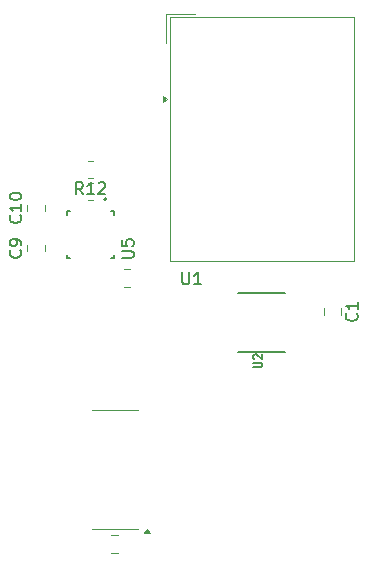
<source format=gbr>
%TF.GenerationSoftware,KiCad,Pcbnew,8.99.0-3406-g49ffbf5b50*%
%TF.CreationDate,2025-01-20T10:30:06+05:30*%
%TF.ProjectId,knob,6b6e6f62-2e6b-4696-9361-645f70636258,rev?*%
%TF.SameCoordinates,Original*%
%TF.FileFunction,Legend,Top*%
%TF.FilePolarity,Positive*%
%FSLAX46Y46*%
G04 Gerber Fmt 4.6, Leading zero omitted, Abs format (unit mm)*
G04 Created by KiCad (PCBNEW 8.99.0-3406-g49ffbf5b50) date 2025-01-20 10:30:06*
%MOMM*%
%LPD*%
G01*
G04 APERTURE LIST*
%ADD10C,0.150000*%
%ADD11C,0.120000*%
%ADD12C,0.127000*%
%ADD13C,0.200000*%
G04 APERTURE END LIST*
D10*
X99298533Y-103771833D02*
X99865200Y-103771833D01*
X99865200Y-103771833D02*
X99931866Y-103738500D01*
X99931866Y-103738500D02*
X99965200Y-103705166D01*
X99965200Y-103705166D02*
X99998533Y-103638500D01*
X99998533Y-103638500D02*
X99998533Y-103505166D01*
X99998533Y-103505166D02*
X99965200Y-103438500D01*
X99965200Y-103438500D02*
X99931866Y-103405166D01*
X99931866Y-103405166D02*
X99865200Y-103371833D01*
X99865200Y-103371833D02*
X99298533Y-103371833D01*
X99365200Y-103071833D02*
X99331866Y-103038500D01*
X99331866Y-103038500D02*
X99298533Y-102971833D01*
X99298533Y-102971833D02*
X99298533Y-102805167D01*
X99298533Y-102805167D02*
X99331866Y-102738500D01*
X99331866Y-102738500D02*
X99365200Y-102705167D01*
X99365200Y-102705167D02*
X99431866Y-102671833D01*
X99431866Y-102671833D02*
X99498533Y-102671833D01*
X99498533Y-102671833D02*
X99598533Y-102705167D01*
X99598533Y-102705167D02*
X99998533Y-103105167D01*
X99998533Y-103105167D02*
X99998533Y-102671833D01*
X108039580Y-99211666D02*
X108087200Y-99259285D01*
X108087200Y-99259285D02*
X108134819Y-99402142D01*
X108134819Y-99402142D02*
X108134819Y-99497380D01*
X108134819Y-99497380D02*
X108087200Y-99640237D01*
X108087200Y-99640237D02*
X107991961Y-99735475D01*
X107991961Y-99735475D02*
X107896723Y-99783094D01*
X107896723Y-99783094D02*
X107706247Y-99830713D01*
X107706247Y-99830713D02*
X107563390Y-99830713D01*
X107563390Y-99830713D02*
X107372914Y-99783094D01*
X107372914Y-99783094D02*
X107277676Y-99735475D01*
X107277676Y-99735475D02*
X107182438Y-99640237D01*
X107182438Y-99640237D02*
X107134819Y-99497380D01*
X107134819Y-99497380D02*
X107134819Y-99402142D01*
X107134819Y-99402142D02*
X107182438Y-99259285D01*
X107182438Y-99259285D02*
X107230057Y-99211666D01*
X108134819Y-98259285D02*
X108134819Y-98830713D01*
X108134819Y-98544999D02*
X107134819Y-98544999D01*
X107134819Y-98544999D02*
X107277676Y-98640237D01*
X107277676Y-98640237D02*
X107372914Y-98735475D01*
X107372914Y-98735475D02*
X107420533Y-98830713D01*
X79569580Y-93866666D02*
X79617200Y-93914285D01*
X79617200Y-93914285D02*
X79664819Y-94057142D01*
X79664819Y-94057142D02*
X79664819Y-94152380D01*
X79664819Y-94152380D02*
X79617200Y-94295237D01*
X79617200Y-94295237D02*
X79521961Y-94390475D01*
X79521961Y-94390475D02*
X79426723Y-94438094D01*
X79426723Y-94438094D02*
X79236247Y-94485713D01*
X79236247Y-94485713D02*
X79093390Y-94485713D01*
X79093390Y-94485713D02*
X78902914Y-94438094D01*
X78902914Y-94438094D02*
X78807676Y-94390475D01*
X78807676Y-94390475D02*
X78712438Y-94295237D01*
X78712438Y-94295237D02*
X78664819Y-94152380D01*
X78664819Y-94152380D02*
X78664819Y-94057142D01*
X78664819Y-94057142D02*
X78712438Y-93914285D01*
X78712438Y-93914285D02*
X78760057Y-93866666D01*
X79664819Y-93390475D02*
X79664819Y-93199999D01*
X79664819Y-93199999D02*
X79617200Y-93104761D01*
X79617200Y-93104761D02*
X79569580Y-93057142D01*
X79569580Y-93057142D02*
X79426723Y-92961904D01*
X79426723Y-92961904D02*
X79236247Y-92914285D01*
X79236247Y-92914285D02*
X78855295Y-92914285D01*
X78855295Y-92914285D02*
X78760057Y-92961904D01*
X78760057Y-92961904D02*
X78712438Y-93009523D01*
X78712438Y-93009523D02*
X78664819Y-93104761D01*
X78664819Y-93104761D02*
X78664819Y-93295237D01*
X78664819Y-93295237D02*
X78712438Y-93390475D01*
X78712438Y-93390475D02*
X78760057Y-93438094D01*
X78760057Y-93438094D02*
X78855295Y-93485713D01*
X78855295Y-93485713D02*
X79093390Y-93485713D01*
X79093390Y-93485713D02*
X79188628Y-93438094D01*
X79188628Y-93438094D02*
X79236247Y-93390475D01*
X79236247Y-93390475D02*
X79283866Y-93295237D01*
X79283866Y-93295237D02*
X79283866Y-93104761D01*
X79283866Y-93104761D02*
X79236247Y-93009523D01*
X79236247Y-93009523D02*
X79188628Y-92961904D01*
X79188628Y-92961904D02*
X79093390Y-92914285D01*
X93288095Y-95734819D02*
X93288095Y-96544342D01*
X93288095Y-96544342D02*
X93335714Y-96639580D01*
X93335714Y-96639580D02*
X93383333Y-96687200D01*
X93383333Y-96687200D02*
X93478571Y-96734819D01*
X93478571Y-96734819D02*
X93669047Y-96734819D01*
X93669047Y-96734819D02*
X93764285Y-96687200D01*
X93764285Y-96687200D02*
X93811904Y-96639580D01*
X93811904Y-96639580D02*
X93859523Y-96544342D01*
X93859523Y-96544342D02*
X93859523Y-95734819D01*
X94859523Y-96734819D02*
X94288095Y-96734819D01*
X94573809Y-96734819D02*
X94573809Y-95734819D01*
X94573809Y-95734819D02*
X94478571Y-95877676D01*
X94478571Y-95877676D02*
X94383333Y-95972914D01*
X94383333Y-95972914D02*
X94288095Y-96020533D01*
X84867142Y-89114819D02*
X84533809Y-88638628D01*
X84295714Y-89114819D02*
X84295714Y-88114819D01*
X84295714Y-88114819D02*
X84676666Y-88114819D01*
X84676666Y-88114819D02*
X84771904Y-88162438D01*
X84771904Y-88162438D02*
X84819523Y-88210057D01*
X84819523Y-88210057D02*
X84867142Y-88305295D01*
X84867142Y-88305295D02*
X84867142Y-88448152D01*
X84867142Y-88448152D02*
X84819523Y-88543390D01*
X84819523Y-88543390D02*
X84771904Y-88591009D01*
X84771904Y-88591009D02*
X84676666Y-88638628D01*
X84676666Y-88638628D02*
X84295714Y-88638628D01*
X85819523Y-89114819D02*
X85248095Y-89114819D01*
X85533809Y-89114819D02*
X85533809Y-88114819D01*
X85533809Y-88114819D02*
X85438571Y-88257676D01*
X85438571Y-88257676D02*
X85343333Y-88352914D01*
X85343333Y-88352914D02*
X85248095Y-88400533D01*
X86200476Y-88210057D02*
X86248095Y-88162438D01*
X86248095Y-88162438D02*
X86343333Y-88114819D01*
X86343333Y-88114819D02*
X86581428Y-88114819D01*
X86581428Y-88114819D02*
X86676666Y-88162438D01*
X86676666Y-88162438D02*
X86724285Y-88210057D01*
X86724285Y-88210057D02*
X86771904Y-88305295D01*
X86771904Y-88305295D02*
X86771904Y-88400533D01*
X86771904Y-88400533D02*
X86724285Y-88543390D01*
X86724285Y-88543390D02*
X86152857Y-89114819D01*
X86152857Y-89114819D02*
X86771904Y-89114819D01*
X88154819Y-94511904D02*
X88964342Y-94511904D01*
X88964342Y-94511904D02*
X89059580Y-94464285D01*
X89059580Y-94464285D02*
X89107200Y-94416666D01*
X89107200Y-94416666D02*
X89154819Y-94321428D01*
X89154819Y-94321428D02*
X89154819Y-94130952D01*
X89154819Y-94130952D02*
X89107200Y-94035714D01*
X89107200Y-94035714D02*
X89059580Y-93988095D01*
X89059580Y-93988095D02*
X88964342Y-93940476D01*
X88964342Y-93940476D02*
X88154819Y-93940476D01*
X88154819Y-92988095D02*
X88154819Y-93464285D01*
X88154819Y-93464285D02*
X88631009Y-93511904D01*
X88631009Y-93511904D02*
X88583390Y-93464285D01*
X88583390Y-93464285D02*
X88535771Y-93369047D01*
X88535771Y-93369047D02*
X88535771Y-93130952D01*
X88535771Y-93130952D02*
X88583390Y-93035714D01*
X88583390Y-93035714D02*
X88631009Y-92988095D01*
X88631009Y-92988095D02*
X88726247Y-92940476D01*
X88726247Y-92940476D02*
X88964342Y-92940476D01*
X88964342Y-92940476D02*
X89059580Y-92988095D01*
X89059580Y-92988095D02*
X89107200Y-93035714D01*
X89107200Y-93035714D02*
X89154819Y-93130952D01*
X89154819Y-93130952D02*
X89154819Y-93369047D01*
X89154819Y-93369047D02*
X89107200Y-93464285D01*
X89107200Y-93464285D02*
X89059580Y-93511904D01*
X79569580Y-90912857D02*
X79617200Y-90960476D01*
X79617200Y-90960476D02*
X79664819Y-91103333D01*
X79664819Y-91103333D02*
X79664819Y-91198571D01*
X79664819Y-91198571D02*
X79617200Y-91341428D01*
X79617200Y-91341428D02*
X79521961Y-91436666D01*
X79521961Y-91436666D02*
X79426723Y-91484285D01*
X79426723Y-91484285D02*
X79236247Y-91531904D01*
X79236247Y-91531904D02*
X79093390Y-91531904D01*
X79093390Y-91531904D02*
X78902914Y-91484285D01*
X78902914Y-91484285D02*
X78807676Y-91436666D01*
X78807676Y-91436666D02*
X78712438Y-91341428D01*
X78712438Y-91341428D02*
X78664819Y-91198571D01*
X78664819Y-91198571D02*
X78664819Y-91103333D01*
X78664819Y-91103333D02*
X78712438Y-90960476D01*
X78712438Y-90960476D02*
X78760057Y-90912857D01*
X79664819Y-89960476D02*
X79664819Y-90531904D01*
X79664819Y-90246190D02*
X78664819Y-90246190D01*
X78664819Y-90246190D02*
X78807676Y-90341428D01*
X78807676Y-90341428D02*
X78902914Y-90436666D01*
X78902914Y-90436666D02*
X78950533Y-90531904D01*
X78664819Y-89341428D02*
X78664819Y-89246190D01*
X78664819Y-89246190D02*
X78712438Y-89150952D01*
X78712438Y-89150952D02*
X78760057Y-89103333D01*
X78760057Y-89103333D02*
X78855295Y-89055714D01*
X78855295Y-89055714D02*
X79045771Y-89008095D01*
X79045771Y-89008095D02*
X79283866Y-89008095D01*
X79283866Y-89008095D02*
X79474342Y-89055714D01*
X79474342Y-89055714D02*
X79569580Y-89103333D01*
X79569580Y-89103333D02*
X79617200Y-89150952D01*
X79617200Y-89150952D02*
X79664819Y-89246190D01*
X79664819Y-89246190D02*
X79664819Y-89341428D01*
X79664819Y-89341428D02*
X79617200Y-89436666D01*
X79617200Y-89436666D02*
X79569580Y-89484285D01*
X79569580Y-89484285D02*
X79474342Y-89531904D01*
X79474342Y-89531904D02*
X79283866Y-89579523D01*
X79283866Y-89579523D02*
X79045771Y-89579523D01*
X79045771Y-89579523D02*
X78855295Y-89531904D01*
X78855295Y-89531904D02*
X78760057Y-89484285D01*
X78760057Y-89484285D02*
X78712438Y-89436666D01*
X78712438Y-89436666D02*
X78664819Y-89341428D01*
D11*
%TO.C,R11*%
X85727064Y-88175000D02*
X85272936Y-88175000D01*
X85727064Y-89645000D02*
X85272936Y-89645000D01*
D12*
%TO.C,U2*%
X98000000Y-97500000D02*
X102000000Y-97500000D01*
X102000000Y-102500000D02*
X98000000Y-102500000D01*
D11*
%TO.C,C1*%
X105265000Y-98783748D02*
X105265000Y-99306252D01*
X106735000Y-98783748D02*
X106735000Y-99306252D01*
%TO.C,C9*%
X80155000Y-93961252D02*
X80155000Y-93438748D01*
X81625000Y-93961252D02*
X81625000Y-93438748D01*
%TO.C,U1*%
X91925000Y-73830000D02*
X91925000Y-76280000D01*
X91925000Y-73830000D02*
X94375000Y-73830000D01*
X92200000Y-74080000D02*
X107800000Y-74080000D01*
X92200000Y-94780000D02*
X92200000Y-74080000D01*
X107800000Y-74080000D02*
X107800000Y-94780000D01*
X107800000Y-94780000D02*
X92200000Y-94780000D01*
X92025000Y-81030000D02*
X91689000Y-81270000D01*
X91689000Y-80790000D01*
X92025000Y-81030000D01*
G36*
X92025000Y-81030000D02*
G01*
X91689000Y-81270000D01*
X91689000Y-80790000D01*
X92025000Y-81030000D01*
G37*
%TO.C,C8*%
X88338748Y-95475000D02*
X88861252Y-95475000D01*
X88338748Y-96945000D02*
X88861252Y-96945000D01*
%TO.C,C5*%
X87811252Y-118005000D02*
X87288748Y-118005000D01*
X87811252Y-119475000D02*
X87288748Y-119475000D01*
%TO.C,R12*%
X85737064Y-86275000D02*
X85282936Y-86275000D01*
X85737064Y-87745000D02*
X85282936Y-87745000D01*
D12*
%TO.C,U5*%
X83500000Y-90540000D02*
X83500000Y-90835000D01*
X83500000Y-90540000D02*
X83795000Y-90540000D01*
X83500000Y-94540000D02*
X83500000Y-94245000D01*
X83500000Y-94540000D02*
X83795000Y-94540000D01*
X87500000Y-90540000D02*
X87205000Y-90540000D01*
X87500000Y-90540000D02*
X87500000Y-90835000D01*
X87500000Y-94540000D02*
X87205000Y-94540000D01*
X87500000Y-94540000D02*
X87500000Y-94245000D01*
D13*
X86850000Y-89540000D02*
G75*
G02*
X86650000Y-89540000I-100000J0D01*
G01*
X86650000Y-89540000D02*
G75*
G02*
X86850000Y-89540000I100000J0D01*
G01*
D11*
%TO.C,U4*%
X87610000Y-107380000D02*
X85660000Y-107380000D01*
X87610000Y-107380000D02*
X89560000Y-107380000D01*
X87610000Y-117500000D02*
X85660000Y-117500000D01*
X87610000Y-117500000D02*
X89560000Y-117500000D01*
X90550000Y-117775000D02*
X90070000Y-117775000D01*
X90310000Y-117445000D01*
X90550000Y-117775000D01*
G36*
X90550000Y-117775000D02*
G01*
X90070000Y-117775000D01*
X90310000Y-117445000D01*
X90550000Y-117775000D01*
G37*
%TO.C,C10*%
X80155000Y-90531252D02*
X80155000Y-90008748D01*
X81625000Y-90531252D02*
X81625000Y-90008748D01*
%TD*%
M02*

</source>
